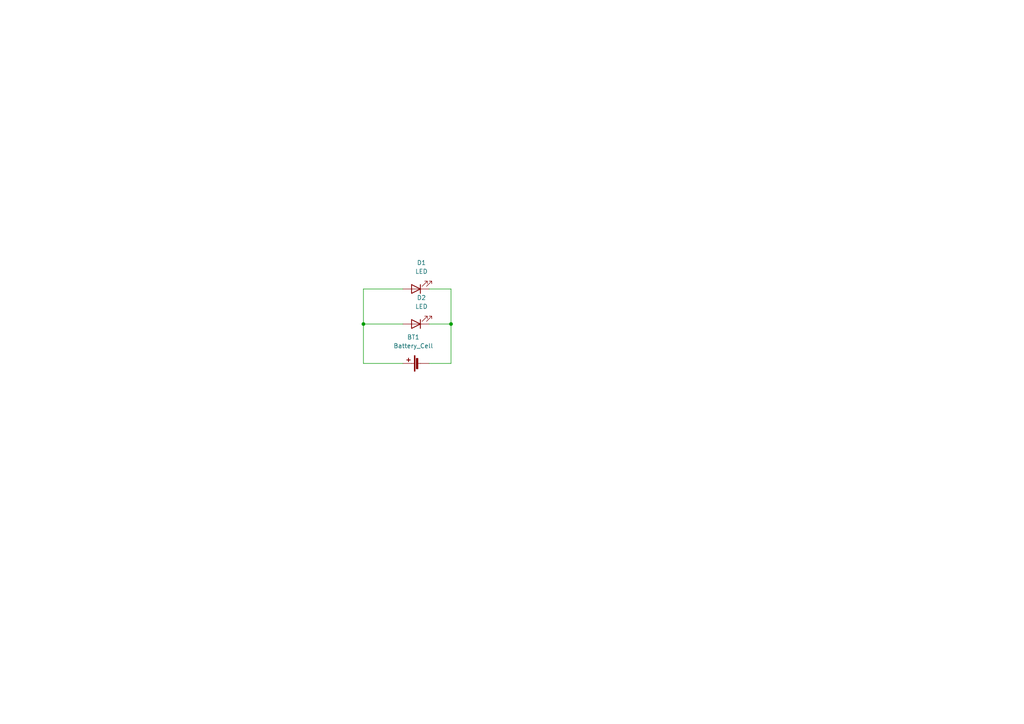
<source format=kicad_sch>
(kicad_sch (version 20211123) (generator eeschema)
  (paper "A4")
  (lib_symbols
    (symbol "Device:Battery_Cell" (pin_numbers hide) (pin_names (offset 0) hide)
      (property "Reference" "BT" (at 2.54 2.54 0))
      (property "Value" "Battery_Cell" (at 2.54 0 0))
      (symbol "Battery_Cell_0_1"
        (rectangle (start -2.286 1.778) (end 2.286 1.524) (fill (type outline)))
        (rectangle (start -1.5748 1.1938) (end 1.4732 0.6858) (fill (type outline)))
        (polyline (pts (xy 0 0.762) (xy 0 0)))
        (polyline (pts (xy 0 1.778) (xy 0 2.54)))
        (polyline (pts (xy 0.508 3.429) (xy 1.524 3.429)) (stroke (width 0.254)))
        (polyline (pts (xy 1.016 3.937) (xy 1.016 2.921)) (stroke (width 0.254)))
      )
      (symbol "Battery_Cell_1_1"
        (pin passive line (at 0 5.08 270) (length 2.54) (name "+") (number "1"))
        (pin passive line (at 0 -2.54 90) (length 2.54) (name "-") (number "2"))
      )
    )
    (symbol "Device:LED" (pin_numbers hide) (pin_names (offset 1.016) hide)
      (property "Reference" "D" (at 0 2.54 0))
      (property "Value" "LED" (at 0 -2.54 0))
      (symbol "LED_0_1"
        (polyline (pts (xy -1.27 -1.27) (xy -1.27 1.27)) (stroke (width 0.254)))
        (polyline (pts (xy -1.27 0) (xy 1.27 0)))
        (polyline (pts (xy 1.27 -1.27) (xy 1.27 1.27) (xy -1.27 0) (xy 1.27 -1.27)) (stroke (width 0.254)))
        (polyline (pts (xy -3.048 -0.762) (xy -4.572 -2.286) (xy -3.81 -2.286) (xy -4.572 -2.286) (xy -4.572 -1.524)))
        (polyline (pts (xy -1.778 -0.762) (xy -3.302 -2.286) (xy -2.54 -2.286) (xy -3.302 -2.286) (xy -3.302 -1.524)))
      )
      (symbol "LED_1_1"
        (pin passive line (at -3.81 0 0) (length 2.54) (name "K") (number "1"))
        (pin passive line (at 3.81 0 180) (length 2.54) (name "A") (number "2"))
      )
    )
  )
  (junction (at 130.81 93.98))
  (junction (at 105.41 93.98))
  (wire (pts (xy 116.84 83.82) (xy 105.41 83.82)))
  (wire (pts (xy 124.46 83.82) (xy 130.81 83.82)))
  (wire (pts (xy 105.41 105.41) (xy 116.84 105.41)))
  (wire (pts (xy 105.41 83.82) (xy 105.41 93.98)))
  (wire (pts (xy 124.46 105.41) (xy 130.81 105.41)))
  (wire (pts (xy 130.81 93.98) (xy 124.46 93.98)))
  (wire (pts (xy 130.81 83.82) (xy 130.81 93.98)))
  (wire (pts (xy 105.41 93.98) (xy 116.84 93.98)))
  (wire (pts (xy 105.41 93.98) (xy 105.41 105.41)))
  (wire (pts (xy 130.81 105.41) (xy 130.81 93.98)))
  (symbol (lib_id "Device:Battery_Cell") (at 121.92 105.41 90) (unit 1)
    (property "Reference" "BT1" (at 119.888 97.79 90))
    (property "Value" "Battery_Cell" (at 119.888 100.33 90))
    (property "Footprint" "Battery:BatteryHolder_Keystone_3002_1x2032" (effects hide))
  )
  (symbol (lib_id "Device:LED") (at 120.65 83.82 180) (unit 1)
    (property "Reference" "D1" (at 122.2375 76.2 0))
    (property "Value" "LED" (at 122.2375 78.74 0))
    (property "Footprint" "LED_THT:LED_D3.0mm_Horizontal_O1.27mm_Z2.0mm" (effects hide))
  )
  (symbol (lib_id "Device:LED") (at 120.65 93.98 180) (unit 1)
    (property "Reference" "D2" (at 122.2375 86.36 0))
    (property "Value" "LED" (at 122.2375 88.9 0))
    (property "Footprint" "LED_THT:LED_D3.0mm_Horizontal_O1.27mm_Z2.0mm" (effects hide))
  )
)
</source>
